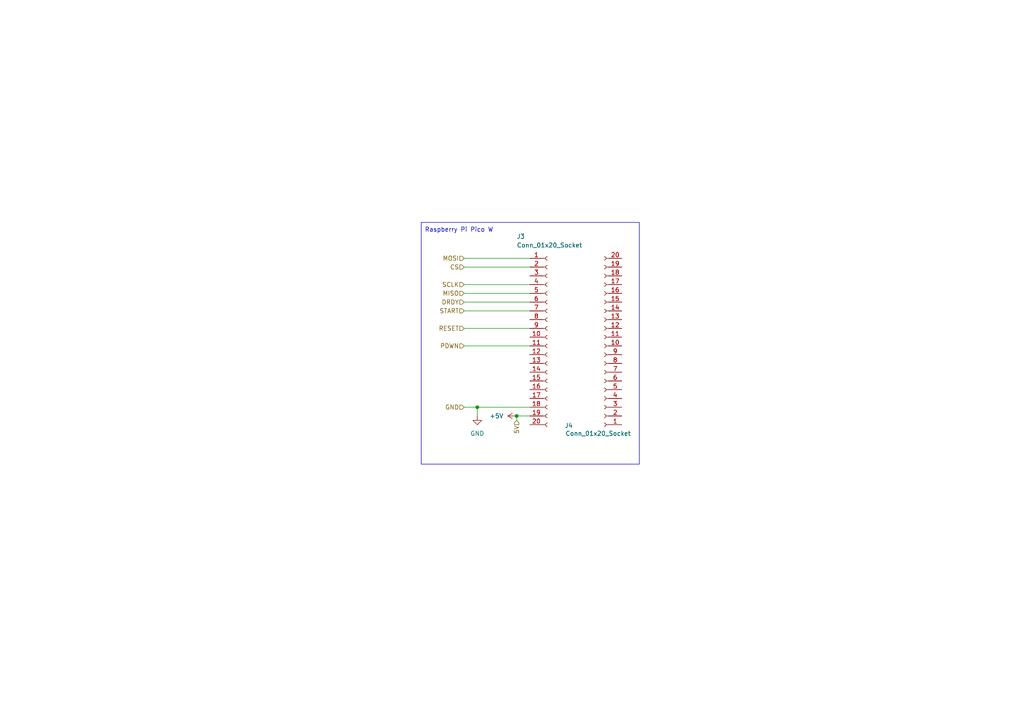
<source format=kicad_sch>
(kicad_sch (version 20231120) (generator "eeschema") (generator_version "8.0")
  (paper "A4")
  (lib_symbols
    (symbol "Connector:Conn_01x20_Socket" (pin_names (offset 1.016) hide)
      (property "Reference" "J" (at 0 25.4 0))
      (property "Value" "Conn_01x20_Socket" (at 0 -27.94 0))
      (symbol "Conn_01x20_Socket_1_1"
        (arc (start 0 -24.892) (mid -0.5058 -25.4) (end 0 -25.908) (stroke (width 0.1524)))
        (arc (start 0 -22.352) (mid -0.5058 -22.86) (end 0 -23.368) (stroke (width 0.1524)))
        (arc (start 0 -19.812) (mid -0.5058 -20.32) (end 0 -20.828) (stroke (width 0.1524)))
        (arc (start 0 -17.272) (mid -0.5058 -17.78) (end 0 -18.288) (stroke (width 0.1524)))
        (arc (start 0 -14.732) (mid -0.5058 -15.24) (end 0 -15.748) (stroke (width 0.1524)))
        (arc (start 0 -12.192) (mid -0.5058 -12.7) (end 0 -13.208) (stroke (width 0.1524)))
        (arc (start 0 -9.652) (mid -0.5058 -10.16) (end 0 -10.668) (stroke (width 0.1524)))
        (arc (start 0 -7.112) (mid -0.5058 -7.62) (end 0 -8.128) (stroke (width 0.1524)))
        (arc (start 0 -4.572) (mid -0.5058 -5.08) (end 0 -5.588) (stroke (width 0.1524)))
        (arc (start 0 -2.032) (mid -0.5058 -2.54) (end 0 -3.048) (stroke (width 0.1524)))
        (polyline (pts (xy -1.27 -25.4) (xy -0.508 -25.4)) (stroke (width 0.1524)))
        (polyline (pts (xy -1.27 -22.86) (xy -0.508 -22.86)) (stroke (width 0.1524)))
        (polyline (pts (xy -1.27 -20.32) (xy -0.508 -20.32)) (stroke (width 0.1524)))
        (polyline (pts (xy -1.27 -17.78) (xy -0.508 -17.78)) (stroke (width 0.1524)))
        (polyline (pts (xy -1.27 -15.24) (xy -0.508 -15.24)) (stroke (width 0.1524)))
        (polyline (pts (xy -1.27 -12.7) (xy -0.508 -12.7)) (stroke (width 0.1524)))
        (polyline (pts (xy -1.27 -10.16) (xy -0.508 -10.16)) (stroke (width 0.1524)))
        (polyline (pts (xy -1.27 -7.62) (xy -0.508 -7.62)) (stroke (width 0.1524)))
        (polyline (pts (xy -1.27 -5.08) (xy -0.508 -5.08)) (stroke (width 0.1524)))
        (polyline (pts (xy -1.27 -2.54) (xy -0.508 -2.54)) (stroke (width 0.1524)))
        (polyline (pts (xy -1.27 0) (xy -0.508 0)) (stroke (width 0.1524)))
        (polyline (pts (xy -1.27 2.54) (xy -0.508 2.54)) (stroke (width 0.1524)))
        (polyline (pts (xy -1.27 5.08) (xy -0.508 5.08)) (stroke (width 0.1524)))
        (polyline (pts (xy -1.27 7.62) (xy -0.508 7.62)) (stroke (width 0.1524)))
        (polyline (pts (xy -1.27 10.16) (xy -0.508 10.16)) (stroke (width 0.1524)))
        (polyline (pts (xy -1.27 12.7) (xy -0.508 12.7)) (stroke (width 0.1524)))
        (polyline (pts (xy -1.27 15.24) (xy -0.508 15.24)) (stroke (width 0.1524)))
        (polyline (pts (xy -1.27 17.78) (xy -0.508 17.78)) (stroke (width 0.1524)))
        (polyline (pts (xy -1.27 20.32) (xy -0.508 20.32)) (stroke (width 0.1524)))
        (polyline (pts (xy -1.27 22.86) (xy -0.508 22.86)) (stroke (width 0.1524)))
        (arc (start 0 0.508) (mid -0.5058 0) (end 0 -0.508) (stroke (width 0.1524)))
        (arc (start 0 3.048) (mid -0.5058 2.54) (end 0 2.032) (stroke (width 0.1524)))
        (arc (start 0 5.588) (mid -0.5058 5.08) (end 0 4.572) (stroke (width 0.1524)))
        (arc (start 0 8.128) (mid -0.5058 7.62) (end 0 7.112) (stroke (width 0.1524)))
        (arc (start 0 10.668) (mid -0.5058 10.16) (end 0 9.652) (stroke (width 0.1524)))
        (arc (start 0 13.208) (mid -0.5058 12.7) (end 0 12.192) (stroke (width 0.1524)))
        (arc (start 0 15.748) (mid -0.5058 15.24) (end 0 14.732) (stroke (width 0.1524)))
        (arc (start 0 18.288) (mid -0.5058 17.78) (end 0 17.272) (stroke (width 0.1524)))
        (arc (start 0 20.828) (mid -0.5058 20.32) (end 0 19.812) (stroke (width 0.1524)))
        (arc (start 0 23.368) (mid -0.5058 22.86) (end 0 22.352) (stroke (width 0.1524)))
        (pin passive line (at -5.08 22.86 0) (length 3.81) (name "Pin_1") (number "1"))
        (pin passive line (at -5.08 0 0) (length 3.81) (name "Pin_10") (number "10"))
        (pin passive line (at -5.08 -2.54 0) (length 3.81) (name "Pin_11") (number "11"))
        (pin passive line (at -5.08 -5.08 0) (length 3.81) (name "Pin_12") (number "12"))
        (pin passive line (at -5.08 -7.62 0) (length 3.81) (name "Pin_13") (number "13"))
        (pin passive line (at -5.08 -10.16 0) (length 3.81) (name "Pin_14") (number "14"))
        (pin passive line (at -5.08 -12.7 0) (length 3.81) (name "Pin_15") (number "15"))
        (pin passive line (at -5.08 -15.24 0) (length 3.81) (name "Pin_16") (number "16"))
        (pin passive line (at -5.08 -17.78 0) (length 3.81) (name "Pin_17") (number "17"))
        (pin passive line (at -5.08 -20.32 0) (length 3.81) (name "Pin_18") (number "18"))
        (pin passive line (at -5.08 -22.86 0) (length 3.81) (name "Pin_19") (number "19"))
        (pin passive line (at -5.08 20.32 0) (length 3.81) (name "Pin_2") (number "2"))
        (pin passive line (at -5.08 -25.4 0) (length 3.81) (name "Pin_20") (number "20"))
        (pin passive line (at -5.08 17.78 0) (length 3.81) (name "Pin_3") (number "3"))
        (pin passive line (at -5.08 15.24 0) (length 3.81) (name "Pin_4") (number "4"))
        (pin passive line (at -5.08 12.7 0) (length 3.81) (name "Pin_5") (number "5"))
        (pin passive line (at -5.08 10.16 0) (length 3.81) (name "Pin_6") (number "6"))
        (pin passive line (at -5.08 7.62 0) (length 3.81) (name "Pin_7") (number "7"))
        (pin passive line (at -5.08 5.08 0) (length 3.81) (name "Pin_8") (number "8"))
        (pin passive line (at -5.08 2.54 0) (length 3.81) (name "Pin_9") (number "9"))
      )
    )
    (symbol "power:+5V" (power) (pin_numbers hide) (pin_names (offset 0) hide)
      (property "Value" "+5V" (at 0 3.556 0))
      (symbol "+5V_0_1"
        (polyline (pts (xy -0.762 1.27) (xy 0 2.54)))
        (polyline (pts (xy 0 0) (xy 0 2.54)))
        (polyline (pts (xy 0 2.54) (xy 0.762 1.27)))
      )
      (symbol "+5V_1_1"
        (pin power_in line (at 0 0 90) (length 0) (name "~") (number "1"))
      )
    )
    (symbol "power:GND" (power) (pin_numbers hide) (pin_names (offset 0) hide)
      (property "Value" "GND" (at 0 -3.81 0))
      (symbol "GND_0_1"
        (polyline (pts (xy 0 0) (xy 0 -1.27) (xy 1.27 -1.27) (xy 0 -2.54) (xy -1.27 -1.27) (xy 0 -1.27)))
      )
      (symbol "GND_1_1"
        (pin power_in line (at 0 0 270) (length 0) (name "~") (number "1"))
      )
    )
  )
  (junction (at 138.43 118.11))
  (junction (at 149.86 120.65))
  (wire (pts (xy 134.62 87.63) (xy 153.67 87.63)))
  (wire (pts (xy 149.86 120.65) (xy 153.67 120.65)))
  (wire (pts (xy 134.62 100.33) (xy 153.67 100.33)))
  (wire (pts (xy 138.43 118.11) (xy 153.67 118.11)))
  (wire (pts (xy 134.62 82.55) (xy 153.67 82.55)))
  (wire (pts (xy 134.62 95.25) (xy 153.67 95.25)))
  (wire (pts (xy 134.62 77.47) (xy 153.67 77.47)))
  (wire (pts (xy 134.62 118.11) (xy 138.43 118.11)))
  (wire (pts (xy 134.62 74.93) (xy 153.67 74.93)))
  (wire (pts (xy 134.62 90.17) (xy 153.67 90.17)))
  (wire (pts (xy 149.86 121.92) (xy 149.86 120.65)))
  (wire (pts (xy 134.62 85.09) (xy 153.67 85.09)))
  (wire (pts (xy 138.43 118.11) (xy 138.43 120.65)))
  (rectangle (start 122.174 64.516) (end 185.42 134.62))
  (text "Raspberry Pi Pico W" (at 123.19 66.04 0) (effects (font (size 1.27 1.27)) (justify left top)))
  (hierarchical_label "CS" (shape input) (at 134.62 77.47 180))
  (hierarchical_label "5V" (shape input) (at 149.86 121.92 270))
  (hierarchical_label "SCLK" (shape input) (at 134.62 82.55 180))
  (hierarchical_label "RESET" (shape input) (at 134.62 95.25 180))
  (hierarchical_label "MOSI" (shape input) (at 134.62 74.93 180))
  (hierarchical_label "DRDY" (shape input) (at 134.62 87.63 180))
  (hierarchical_label "GND" (shape input) (at 134.62 118.11 180))
  (hierarchical_label "PDWN" (shape input) (at 134.62 100.33 180))
  (hierarchical_label "START" (shape input) (at 134.62 90.17 180))
  (hierarchical_label "MISO" (shape input) (at 134.62 85.09 180))
  (symbol (lib_id "Connector:Conn_01x20_Socket") (at 175.26 100.33 180) (unit 1)
    (property "Reference" "J4" (at 164.973 123.444 0))
    (property "Value" "Conn_01x20_Socket" (at 173.482 125.73 0))
    (property "Footprint" "Connector_PinSocket_2.54mm:PinSocket_1x20_P2.54mm_Vertical" (effects (hide yes)))
    (property "Description" "Generic connector, single row, 01x20, script generated" (effects (hide yes)))
  )
  (symbol (lib_id "power:GND") (at 138.43 120.65 0) (unit 1)
    (property "Reference" "#PWR050" (effects (hide yes)))
    (property "Value" "GND" (at 138.43 125.73 0))
    (property "Description" "Power symbol creates a global label with name \"GND\" , ground" (effects (hide yes)))
  )
  (symbol (lib_id "Connector:Conn_01x20_Socket") (at 158.75 97.79 0) (unit 1)
    (property "Reference" "J3" (at 149.86 68.58 0) (effects (justify left)))
    (property "Value" "Conn_01x20_Socket" (at 149.86 71.12 0) (effects (justify left)))
    (property "Footprint" "Connector_PinSocket_2.54mm:PinSocket_1x20_P2.54mm_Vertical" (effects (hide yes)))
    (property "Description" "Generic connector, single row, 01x20, script generated" (effects (hide yes)))
  )
  (symbol (lib_id "power:+5V") (at 149.86 120.65 90) (unit 1)
    (property "Reference" "#PWR049" (effects (hide yes)))
    (property "Value" "+5V" (at 146.05 120.6499 90) (effects (justify left)))
    (property "Description" "Power symbol creates a global label with name \"+5V\"" (effects (hide yes)))
  )
)
</source>
